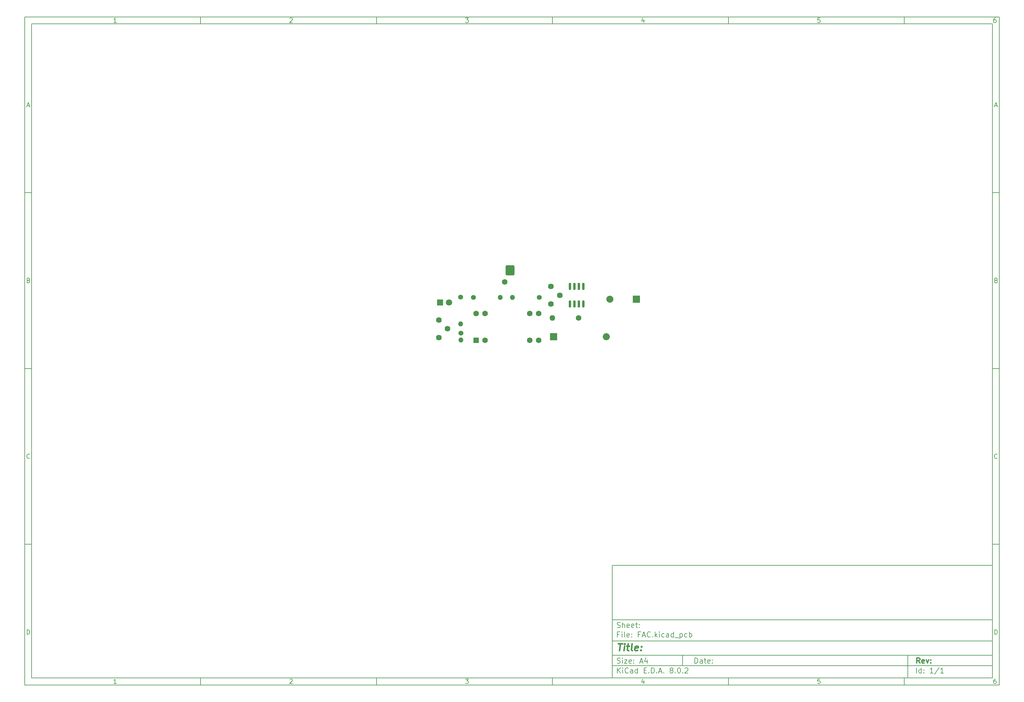
<source format=gbr>
%TF.GenerationSoftware,KiCad,Pcbnew,8.0.2*%
%TF.CreationDate,2024-06-13T18:36:30+05:30*%
%TF.ProjectId,FAC,4641432e-6b69-4636-9164-5f7063625858,rev?*%
%TF.SameCoordinates,Original*%
%TF.FileFunction,Soldermask,Top*%
%TF.FilePolarity,Negative*%
%FSLAX46Y46*%
G04 Gerber Fmt 4.6, Leading zero omitted, Abs format (unit mm)*
G04 Created by KiCad (PCBNEW 8.0.2) date 2024-06-13 18:36:30*
%MOMM*%
%LPD*%
G01*
G04 APERTURE LIST*
G04 Aperture macros list*
%AMRoundRect*
0 Rectangle with rounded corners*
0 $1 Rounding radius*
0 $2 $3 $4 $5 $6 $7 $8 $9 X,Y pos of 4 corners*
0 Add a 4 corners polygon primitive as box body*
4,1,4,$2,$3,$4,$5,$6,$7,$8,$9,$2,$3,0*
0 Add four circle primitives for the rounded corners*
1,1,$1+$1,$2,$3*
1,1,$1+$1,$4,$5*
1,1,$1+$1,$6,$7*
1,1,$1+$1,$8,$9*
0 Add four rect primitives between the rounded corners*
20,1,$1+$1,$2,$3,$4,$5,0*
20,1,$1+$1,$4,$5,$6,$7,0*
20,1,$1+$1,$6,$7,$8,$9,0*
20,1,$1+$1,$8,$9,$2,$3,0*%
G04 Aperture macros list end*
%ADD10C,0.100000*%
%ADD11C,0.150000*%
%ADD12C,0.300000*%
%ADD13C,0.400000*%
%ADD14R,1.600000X1.600000*%
%ADD15C,1.600000*%
%ADD16C,1.400000*%
%ADD17O,1.400000X1.400000*%
%ADD18R,1.800000X1.800000*%
%ADD19C,1.800000*%
%ADD20C,1.620000*%
%ADD21RoundRect,0.150000X0.150000X-0.825000X0.150000X0.825000X-0.150000X0.825000X-0.150000X-0.825000X0*%
%ADD22R,2.000000X2.000000*%
%ADD23C,2.000000*%
%ADD24O,2.000000X2.000000*%
%ADD25RoundRect,0.250000X-0.980000X-1.150000X0.980000X-1.150000X0.980000X1.150000X-0.980000X1.150000X0*%
%ADD26O,1.600000X1.600000*%
G04 APERTURE END LIST*
D10*
D11*
X177002200Y-166007200D02*
X285002200Y-166007200D01*
X285002200Y-198007200D01*
X177002200Y-198007200D01*
X177002200Y-166007200D01*
D10*
D11*
X10000000Y-10000000D02*
X287002200Y-10000000D01*
X287002200Y-200007200D01*
X10000000Y-200007200D01*
X10000000Y-10000000D01*
D10*
D11*
X12000000Y-12000000D02*
X285002200Y-12000000D01*
X285002200Y-198007200D01*
X12000000Y-198007200D01*
X12000000Y-12000000D01*
D10*
D11*
X60000000Y-12000000D02*
X60000000Y-10000000D01*
D10*
D11*
X110000000Y-12000000D02*
X110000000Y-10000000D01*
D10*
D11*
X160000000Y-12000000D02*
X160000000Y-10000000D01*
D10*
D11*
X210000000Y-12000000D02*
X210000000Y-10000000D01*
D10*
D11*
X260000000Y-12000000D02*
X260000000Y-10000000D01*
D10*
D11*
X36089160Y-11593604D02*
X35346303Y-11593604D01*
X35717731Y-11593604D02*
X35717731Y-10293604D01*
X35717731Y-10293604D02*
X35593922Y-10479319D01*
X35593922Y-10479319D02*
X35470112Y-10603128D01*
X35470112Y-10603128D02*
X35346303Y-10665033D01*
D10*
D11*
X85346303Y-10417414D02*
X85408207Y-10355509D01*
X85408207Y-10355509D02*
X85532017Y-10293604D01*
X85532017Y-10293604D02*
X85841541Y-10293604D01*
X85841541Y-10293604D02*
X85965350Y-10355509D01*
X85965350Y-10355509D02*
X86027255Y-10417414D01*
X86027255Y-10417414D02*
X86089160Y-10541223D01*
X86089160Y-10541223D02*
X86089160Y-10665033D01*
X86089160Y-10665033D02*
X86027255Y-10850747D01*
X86027255Y-10850747D02*
X85284398Y-11593604D01*
X85284398Y-11593604D02*
X86089160Y-11593604D01*
D10*
D11*
X135284398Y-10293604D02*
X136089160Y-10293604D01*
X136089160Y-10293604D02*
X135655826Y-10788842D01*
X135655826Y-10788842D02*
X135841541Y-10788842D01*
X135841541Y-10788842D02*
X135965350Y-10850747D01*
X135965350Y-10850747D02*
X136027255Y-10912652D01*
X136027255Y-10912652D02*
X136089160Y-11036461D01*
X136089160Y-11036461D02*
X136089160Y-11345985D01*
X136089160Y-11345985D02*
X136027255Y-11469795D01*
X136027255Y-11469795D02*
X135965350Y-11531700D01*
X135965350Y-11531700D02*
X135841541Y-11593604D01*
X135841541Y-11593604D02*
X135470112Y-11593604D01*
X135470112Y-11593604D02*
X135346303Y-11531700D01*
X135346303Y-11531700D02*
X135284398Y-11469795D01*
D10*
D11*
X185965350Y-10726938D02*
X185965350Y-11593604D01*
X185655826Y-10231700D02*
X185346303Y-11160271D01*
X185346303Y-11160271D02*
X186151064Y-11160271D01*
D10*
D11*
X236027255Y-10293604D02*
X235408207Y-10293604D01*
X235408207Y-10293604D02*
X235346303Y-10912652D01*
X235346303Y-10912652D02*
X235408207Y-10850747D01*
X235408207Y-10850747D02*
X235532017Y-10788842D01*
X235532017Y-10788842D02*
X235841541Y-10788842D01*
X235841541Y-10788842D02*
X235965350Y-10850747D01*
X235965350Y-10850747D02*
X236027255Y-10912652D01*
X236027255Y-10912652D02*
X236089160Y-11036461D01*
X236089160Y-11036461D02*
X236089160Y-11345985D01*
X236089160Y-11345985D02*
X236027255Y-11469795D01*
X236027255Y-11469795D02*
X235965350Y-11531700D01*
X235965350Y-11531700D02*
X235841541Y-11593604D01*
X235841541Y-11593604D02*
X235532017Y-11593604D01*
X235532017Y-11593604D02*
X235408207Y-11531700D01*
X235408207Y-11531700D02*
X235346303Y-11469795D01*
D10*
D11*
X285965350Y-10293604D02*
X285717731Y-10293604D01*
X285717731Y-10293604D02*
X285593922Y-10355509D01*
X285593922Y-10355509D02*
X285532017Y-10417414D01*
X285532017Y-10417414D02*
X285408207Y-10603128D01*
X285408207Y-10603128D02*
X285346303Y-10850747D01*
X285346303Y-10850747D02*
X285346303Y-11345985D01*
X285346303Y-11345985D02*
X285408207Y-11469795D01*
X285408207Y-11469795D02*
X285470112Y-11531700D01*
X285470112Y-11531700D02*
X285593922Y-11593604D01*
X285593922Y-11593604D02*
X285841541Y-11593604D01*
X285841541Y-11593604D02*
X285965350Y-11531700D01*
X285965350Y-11531700D02*
X286027255Y-11469795D01*
X286027255Y-11469795D02*
X286089160Y-11345985D01*
X286089160Y-11345985D02*
X286089160Y-11036461D01*
X286089160Y-11036461D02*
X286027255Y-10912652D01*
X286027255Y-10912652D02*
X285965350Y-10850747D01*
X285965350Y-10850747D02*
X285841541Y-10788842D01*
X285841541Y-10788842D02*
X285593922Y-10788842D01*
X285593922Y-10788842D02*
X285470112Y-10850747D01*
X285470112Y-10850747D02*
X285408207Y-10912652D01*
X285408207Y-10912652D02*
X285346303Y-11036461D01*
D10*
D11*
X60000000Y-198007200D02*
X60000000Y-200007200D01*
D10*
D11*
X110000000Y-198007200D02*
X110000000Y-200007200D01*
D10*
D11*
X160000000Y-198007200D02*
X160000000Y-200007200D01*
D10*
D11*
X210000000Y-198007200D02*
X210000000Y-200007200D01*
D10*
D11*
X260000000Y-198007200D02*
X260000000Y-200007200D01*
D10*
D11*
X36089160Y-199600804D02*
X35346303Y-199600804D01*
X35717731Y-199600804D02*
X35717731Y-198300804D01*
X35717731Y-198300804D02*
X35593922Y-198486519D01*
X35593922Y-198486519D02*
X35470112Y-198610328D01*
X35470112Y-198610328D02*
X35346303Y-198672233D01*
D10*
D11*
X85346303Y-198424614D02*
X85408207Y-198362709D01*
X85408207Y-198362709D02*
X85532017Y-198300804D01*
X85532017Y-198300804D02*
X85841541Y-198300804D01*
X85841541Y-198300804D02*
X85965350Y-198362709D01*
X85965350Y-198362709D02*
X86027255Y-198424614D01*
X86027255Y-198424614D02*
X86089160Y-198548423D01*
X86089160Y-198548423D02*
X86089160Y-198672233D01*
X86089160Y-198672233D02*
X86027255Y-198857947D01*
X86027255Y-198857947D02*
X85284398Y-199600804D01*
X85284398Y-199600804D02*
X86089160Y-199600804D01*
D10*
D11*
X135284398Y-198300804D02*
X136089160Y-198300804D01*
X136089160Y-198300804D02*
X135655826Y-198796042D01*
X135655826Y-198796042D02*
X135841541Y-198796042D01*
X135841541Y-198796042D02*
X135965350Y-198857947D01*
X135965350Y-198857947D02*
X136027255Y-198919852D01*
X136027255Y-198919852D02*
X136089160Y-199043661D01*
X136089160Y-199043661D02*
X136089160Y-199353185D01*
X136089160Y-199353185D02*
X136027255Y-199476995D01*
X136027255Y-199476995D02*
X135965350Y-199538900D01*
X135965350Y-199538900D02*
X135841541Y-199600804D01*
X135841541Y-199600804D02*
X135470112Y-199600804D01*
X135470112Y-199600804D02*
X135346303Y-199538900D01*
X135346303Y-199538900D02*
X135284398Y-199476995D01*
D10*
D11*
X185965350Y-198734138D02*
X185965350Y-199600804D01*
X185655826Y-198238900D02*
X185346303Y-199167471D01*
X185346303Y-199167471D02*
X186151064Y-199167471D01*
D10*
D11*
X236027255Y-198300804D02*
X235408207Y-198300804D01*
X235408207Y-198300804D02*
X235346303Y-198919852D01*
X235346303Y-198919852D02*
X235408207Y-198857947D01*
X235408207Y-198857947D02*
X235532017Y-198796042D01*
X235532017Y-198796042D02*
X235841541Y-198796042D01*
X235841541Y-198796042D02*
X235965350Y-198857947D01*
X235965350Y-198857947D02*
X236027255Y-198919852D01*
X236027255Y-198919852D02*
X236089160Y-199043661D01*
X236089160Y-199043661D02*
X236089160Y-199353185D01*
X236089160Y-199353185D02*
X236027255Y-199476995D01*
X236027255Y-199476995D02*
X235965350Y-199538900D01*
X235965350Y-199538900D02*
X235841541Y-199600804D01*
X235841541Y-199600804D02*
X235532017Y-199600804D01*
X235532017Y-199600804D02*
X235408207Y-199538900D01*
X235408207Y-199538900D02*
X235346303Y-199476995D01*
D10*
D11*
X285965350Y-198300804D02*
X285717731Y-198300804D01*
X285717731Y-198300804D02*
X285593922Y-198362709D01*
X285593922Y-198362709D02*
X285532017Y-198424614D01*
X285532017Y-198424614D02*
X285408207Y-198610328D01*
X285408207Y-198610328D02*
X285346303Y-198857947D01*
X285346303Y-198857947D02*
X285346303Y-199353185D01*
X285346303Y-199353185D02*
X285408207Y-199476995D01*
X285408207Y-199476995D02*
X285470112Y-199538900D01*
X285470112Y-199538900D02*
X285593922Y-199600804D01*
X285593922Y-199600804D02*
X285841541Y-199600804D01*
X285841541Y-199600804D02*
X285965350Y-199538900D01*
X285965350Y-199538900D02*
X286027255Y-199476995D01*
X286027255Y-199476995D02*
X286089160Y-199353185D01*
X286089160Y-199353185D02*
X286089160Y-199043661D01*
X286089160Y-199043661D02*
X286027255Y-198919852D01*
X286027255Y-198919852D02*
X285965350Y-198857947D01*
X285965350Y-198857947D02*
X285841541Y-198796042D01*
X285841541Y-198796042D02*
X285593922Y-198796042D01*
X285593922Y-198796042D02*
X285470112Y-198857947D01*
X285470112Y-198857947D02*
X285408207Y-198919852D01*
X285408207Y-198919852D02*
X285346303Y-199043661D01*
D10*
D11*
X10000000Y-60000000D02*
X12000000Y-60000000D01*
D10*
D11*
X10000000Y-110000000D02*
X12000000Y-110000000D01*
D10*
D11*
X10000000Y-160000000D02*
X12000000Y-160000000D01*
D10*
D11*
X10690476Y-35222176D02*
X11309523Y-35222176D01*
X10566666Y-35593604D02*
X10999999Y-34293604D01*
X10999999Y-34293604D02*
X11433333Y-35593604D01*
D10*
D11*
X11092857Y-84912652D02*
X11278571Y-84974557D01*
X11278571Y-84974557D02*
X11340476Y-85036461D01*
X11340476Y-85036461D02*
X11402380Y-85160271D01*
X11402380Y-85160271D02*
X11402380Y-85345985D01*
X11402380Y-85345985D02*
X11340476Y-85469795D01*
X11340476Y-85469795D02*
X11278571Y-85531700D01*
X11278571Y-85531700D02*
X11154761Y-85593604D01*
X11154761Y-85593604D02*
X10659523Y-85593604D01*
X10659523Y-85593604D02*
X10659523Y-84293604D01*
X10659523Y-84293604D02*
X11092857Y-84293604D01*
X11092857Y-84293604D02*
X11216666Y-84355509D01*
X11216666Y-84355509D02*
X11278571Y-84417414D01*
X11278571Y-84417414D02*
X11340476Y-84541223D01*
X11340476Y-84541223D02*
X11340476Y-84665033D01*
X11340476Y-84665033D02*
X11278571Y-84788842D01*
X11278571Y-84788842D02*
X11216666Y-84850747D01*
X11216666Y-84850747D02*
X11092857Y-84912652D01*
X11092857Y-84912652D02*
X10659523Y-84912652D01*
D10*
D11*
X11402380Y-135469795D02*
X11340476Y-135531700D01*
X11340476Y-135531700D02*
X11154761Y-135593604D01*
X11154761Y-135593604D02*
X11030952Y-135593604D01*
X11030952Y-135593604D02*
X10845238Y-135531700D01*
X10845238Y-135531700D02*
X10721428Y-135407890D01*
X10721428Y-135407890D02*
X10659523Y-135284080D01*
X10659523Y-135284080D02*
X10597619Y-135036461D01*
X10597619Y-135036461D02*
X10597619Y-134850747D01*
X10597619Y-134850747D02*
X10659523Y-134603128D01*
X10659523Y-134603128D02*
X10721428Y-134479319D01*
X10721428Y-134479319D02*
X10845238Y-134355509D01*
X10845238Y-134355509D02*
X11030952Y-134293604D01*
X11030952Y-134293604D02*
X11154761Y-134293604D01*
X11154761Y-134293604D02*
X11340476Y-134355509D01*
X11340476Y-134355509D02*
X11402380Y-134417414D01*
D10*
D11*
X10659523Y-185593604D02*
X10659523Y-184293604D01*
X10659523Y-184293604D02*
X10969047Y-184293604D01*
X10969047Y-184293604D02*
X11154761Y-184355509D01*
X11154761Y-184355509D02*
X11278571Y-184479319D01*
X11278571Y-184479319D02*
X11340476Y-184603128D01*
X11340476Y-184603128D02*
X11402380Y-184850747D01*
X11402380Y-184850747D02*
X11402380Y-185036461D01*
X11402380Y-185036461D02*
X11340476Y-185284080D01*
X11340476Y-185284080D02*
X11278571Y-185407890D01*
X11278571Y-185407890D02*
X11154761Y-185531700D01*
X11154761Y-185531700D02*
X10969047Y-185593604D01*
X10969047Y-185593604D02*
X10659523Y-185593604D01*
D10*
D11*
X287002200Y-60000000D02*
X285002200Y-60000000D01*
D10*
D11*
X287002200Y-110000000D02*
X285002200Y-110000000D01*
D10*
D11*
X287002200Y-160000000D02*
X285002200Y-160000000D01*
D10*
D11*
X285692676Y-35222176D02*
X286311723Y-35222176D01*
X285568866Y-35593604D02*
X286002199Y-34293604D01*
X286002199Y-34293604D02*
X286435533Y-35593604D01*
D10*
D11*
X286095057Y-84912652D02*
X286280771Y-84974557D01*
X286280771Y-84974557D02*
X286342676Y-85036461D01*
X286342676Y-85036461D02*
X286404580Y-85160271D01*
X286404580Y-85160271D02*
X286404580Y-85345985D01*
X286404580Y-85345985D02*
X286342676Y-85469795D01*
X286342676Y-85469795D02*
X286280771Y-85531700D01*
X286280771Y-85531700D02*
X286156961Y-85593604D01*
X286156961Y-85593604D02*
X285661723Y-85593604D01*
X285661723Y-85593604D02*
X285661723Y-84293604D01*
X285661723Y-84293604D02*
X286095057Y-84293604D01*
X286095057Y-84293604D02*
X286218866Y-84355509D01*
X286218866Y-84355509D02*
X286280771Y-84417414D01*
X286280771Y-84417414D02*
X286342676Y-84541223D01*
X286342676Y-84541223D02*
X286342676Y-84665033D01*
X286342676Y-84665033D02*
X286280771Y-84788842D01*
X286280771Y-84788842D02*
X286218866Y-84850747D01*
X286218866Y-84850747D02*
X286095057Y-84912652D01*
X286095057Y-84912652D02*
X285661723Y-84912652D01*
D10*
D11*
X286404580Y-135469795D02*
X286342676Y-135531700D01*
X286342676Y-135531700D02*
X286156961Y-135593604D01*
X286156961Y-135593604D02*
X286033152Y-135593604D01*
X286033152Y-135593604D02*
X285847438Y-135531700D01*
X285847438Y-135531700D02*
X285723628Y-135407890D01*
X285723628Y-135407890D02*
X285661723Y-135284080D01*
X285661723Y-135284080D02*
X285599819Y-135036461D01*
X285599819Y-135036461D02*
X285599819Y-134850747D01*
X285599819Y-134850747D02*
X285661723Y-134603128D01*
X285661723Y-134603128D02*
X285723628Y-134479319D01*
X285723628Y-134479319D02*
X285847438Y-134355509D01*
X285847438Y-134355509D02*
X286033152Y-134293604D01*
X286033152Y-134293604D02*
X286156961Y-134293604D01*
X286156961Y-134293604D02*
X286342676Y-134355509D01*
X286342676Y-134355509D02*
X286404580Y-134417414D01*
D10*
D11*
X285661723Y-185593604D02*
X285661723Y-184293604D01*
X285661723Y-184293604D02*
X285971247Y-184293604D01*
X285971247Y-184293604D02*
X286156961Y-184355509D01*
X286156961Y-184355509D02*
X286280771Y-184479319D01*
X286280771Y-184479319D02*
X286342676Y-184603128D01*
X286342676Y-184603128D02*
X286404580Y-184850747D01*
X286404580Y-184850747D02*
X286404580Y-185036461D01*
X286404580Y-185036461D02*
X286342676Y-185284080D01*
X286342676Y-185284080D02*
X286280771Y-185407890D01*
X286280771Y-185407890D02*
X286156961Y-185531700D01*
X286156961Y-185531700D02*
X285971247Y-185593604D01*
X285971247Y-185593604D02*
X285661723Y-185593604D01*
D10*
D11*
X200458026Y-193793328D02*
X200458026Y-192293328D01*
X200458026Y-192293328D02*
X200815169Y-192293328D01*
X200815169Y-192293328D02*
X201029455Y-192364757D01*
X201029455Y-192364757D02*
X201172312Y-192507614D01*
X201172312Y-192507614D02*
X201243741Y-192650471D01*
X201243741Y-192650471D02*
X201315169Y-192936185D01*
X201315169Y-192936185D02*
X201315169Y-193150471D01*
X201315169Y-193150471D02*
X201243741Y-193436185D01*
X201243741Y-193436185D02*
X201172312Y-193579042D01*
X201172312Y-193579042D02*
X201029455Y-193721900D01*
X201029455Y-193721900D02*
X200815169Y-193793328D01*
X200815169Y-193793328D02*
X200458026Y-193793328D01*
X202600884Y-193793328D02*
X202600884Y-193007614D01*
X202600884Y-193007614D02*
X202529455Y-192864757D01*
X202529455Y-192864757D02*
X202386598Y-192793328D01*
X202386598Y-192793328D02*
X202100884Y-192793328D01*
X202100884Y-192793328D02*
X201958026Y-192864757D01*
X202600884Y-193721900D02*
X202458026Y-193793328D01*
X202458026Y-193793328D02*
X202100884Y-193793328D01*
X202100884Y-193793328D02*
X201958026Y-193721900D01*
X201958026Y-193721900D02*
X201886598Y-193579042D01*
X201886598Y-193579042D02*
X201886598Y-193436185D01*
X201886598Y-193436185D02*
X201958026Y-193293328D01*
X201958026Y-193293328D02*
X202100884Y-193221900D01*
X202100884Y-193221900D02*
X202458026Y-193221900D01*
X202458026Y-193221900D02*
X202600884Y-193150471D01*
X203100884Y-192793328D02*
X203672312Y-192793328D01*
X203315169Y-192293328D02*
X203315169Y-193579042D01*
X203315169Y-193579042D02*
X203386598Y-193721900D01*
X203386598Y-193721900D02*
X203529455Y-193793328D01*
X203529455Y-193793328D02*
X203672312Y-193793328D01*
X204743741Y-193721900D02*
X204600884Y-193793328D01*
X204600884Y-193793328D02*
X204315170Y-193793328D01*
X204315170Y-193793328D02*
X204172312Y-193721900D01*
X204172312Y-193721900D02*
X204100884Y-193579042D01*
X204100884Y-193579042D02*
X204100884Y-193007614D01*
X204100884Y-193007614D02*
X204172312Y-192864757D01*
X204172312Y-192864757D02*
X204315170Y-192793328D01*
X204315170Y-192793328D02*
X204600884Y-192793328D01*
X204600884Y-192793328D02*
X204743741Y-192864757D01*
X204743741Y-192864757D02*
X204815170Y-193007614D01*
X204815170Y-193007614D02*
X204815170Y-193150471D01*
X204815170Y-193150471D02*
X204100884Y-193293328D01*
X205458026Y-193650471D02*
X205529455Y-193721900D01*
X205529455Y-193721900D02*
X205458026Y-193793328D01*
X205458026Y-193793328D02*
X205386598Y-193721900D01*
X205386598Y-193721900D02*
X205458026Y-193650471D01*
X205458026Y-193650471D02*
X205458026Y-193793328D01*
X205458026Y-192864757D02*
X205529455Y-192936185D01*
X205529455Y-192936185D02*
X205458026Y-193007614D01*
X205458026Y-193007614D02*
X205386598Y-192936185D01*
X205386598Y-192936185D02*
X205458026Y-192864757D01*
X205458026Y-192864757D02*
X205458026Y-193007614D01*
D10*
D11*
X177002200Y-194507200D02*
X285002200Y-194507200D01*
D10*
D11*
X178458026Y-196593328D02*
X178458026Y-195093328D01*
X179315169Y-196593328D02*
X178672312Y-195736185D01*
X179315169Y-195093328D02*
X178458026Y-195950471D01*
X179958026Y-196593328D02*
X179958026Y-195593328D01*
X179958026Y-195093328D02*
X179886598Y-195164757D01*
X179886598Y-195164757D02*
X179958026Y-195236185D01*
X179958026Y-195236185D02*
X180029455Y-195164757D01*
X180029455Y-195164757D02*
X179958026Y-195093328D01*
X179958026Y-195093328D02*
X179958026Y-195236185D01*
X181529455Y-196450471D02*
X181458027Y-196521900D01*
X181458027Y-196521900D02*
X181243741Y-196593328D01*
X181243741Y-196593328D02*
X181100884Y-196593328D01*
X181100884Y-196593328D02*
X180886598Y-196521900D01*
X180886598Y-196521900D02*
X180743741Y-196379042D01*
X180743741Y-196379042D02*
X180672312Y-196236185D01*
X180672312Y-196236185D02*
X180600884Y-195950471D01*
X180600884Y-195950471D02*
X180600884Y-195736185D01*
X180600884Y-195736185D02*
X180672312Y-195450471D01*
X180672312Y-195450471D02*
X180743741Y-195307614D01*
X180743741Y-195307614D02*
X180886598Y-195164757D01*
X180886598Y-195164757D02*
X181100884Y-195093328D01*
X181100884Y-195093328D02*
X181243741Y-195093328D01*
X181243741Y-195093328D02*
X181458027Y-195164757D01*
X181458027Y-195164757D02*
X181529455Y-195236185D01*
X182815170Y-196593328D02*
X182815170Y-195807614D01*
X182815170Y-195807614D02*
X182743741Y-195664757D01*
X182743741Y-195664757D02*
X182600884Y-195593328D01*
X182600884Y-195593328D02*
X182315170Y-195593328D01*
X182315170Y-195593328D02*
X182172312Y-195664757D01*
X182815170Y-196521900D02*
X182672312Y-196593328D01*
X182672312Y-196593328D02*
X182315170Y-196593328D01*
X182315170Y-196593328D02*
X182172312Y-196521900D01*
X182172312Y-196521900D02*
X182100884Y-196379042D01*
X182100884Y-196379042D02*
X182100884Y-196236185D01*
X182100884Y-196236185D02*
X182172312Y-196093328D01*
X182172312Y-196093328D02*
X182315170Y-196021900D01*
X182315170Y-196021900D02*
X182672312Y-196021900D01*
X182672312Y-196021900D02*
X182815170Y-195950471D01*
X184172313Y-196593328D02*
X184172313Y-195093328D01*
X184172313Y-196521900D02*
X184029455Y-196593328D01*
X184029455Y-196593328D02*
X183743741Y-196593328D01*
X183743741Y-196593328D02*
X183600884Y-196521900D01*
X183600884Y-196521900D02*
X183529455Y-196450471D01*
X183529455Y-196450471D02*
X183458027Y-196307614D01*
X183458027Y-196307614D02*
X183458027Y-195879042D01*
X183458027Y-195879042D02*
X183529455Y-195736185D01*
X183529455Y-195736185D02*
X183600884Y-195664757D01*
X183600884Y-195664757D02*
X183743741Y-195593328D01*
X183743741Y-195593328D02*
X184029455Y-195593328D01*
X184029455Y-195593328D02*
X184172313Y-195664757D01*
X186029455Y-195807614D02*
X186529455Y-195807614D01*
X186743741Y-196593328D02*
X186029455Y-196593328D01*
X186029455Y-196593328D02*
X186029455Y-195093328D01*
X186029455Y-195093328D02*
X186743741Y-195093328D01*
X187386598Y-196450471D02*
X187458027Y-196521900D01*
X187458027Y-196521900D02*
X187386598Y-196593328D01*
X187386598Y-196593328D02*
X187315170Y-196521900D01*
X187315170Y-196521900D02*
X187386598Y-196450471D01*
X187386598Y-196450471D02*
X187386598Y-196593328D01*
X188100884Y-196593328D02*
X188100884Y-195093328D01*
X188100884Y-195093328D02*
X188458027Y-195093328D01*
X188458027Y-195093328D02*
X188672313Y-195164757D01*
X188672313Y-195164757D02*
X188815170Y-195307614D01*
X188815170Y-195307614D02*
X188886599Y-195450471D01*
X188886599Y-195450471D02*
X188958027Y-195736185D01*
X188958027Y-195736185D02*
X188958027Y-195950471D01*
X188958027Y-195950471D02*
X188886599Y-196236185D01*
X188886599Y-196236185D02*
X188815170Y-196379042D01*
X188815170Y-196379042D02*
X188672313Y-196521900D01*
X188672313Y-196521900D02*
X188458027Y-196593328D01*
X188458027Y-196593328D02*
X188100884Y-196593328D01*
X189600884Y-196450471D02*
X189672313Y-196521900D01*
X189672313Y-196521900D02*
X189600884Y-196593328D01*
X189600884Y-196593328D02*
X189529456Y-196521900D01*
X189529456Y-196521900D02*
X189600884Y-196450471D01*
X189600884Y-196450471D02*
X189600884Y-196593328D01*
X190243742Y-196164757D02*
X190958028Y-196164757D01*
X190100885Y-196593328D02*
X190600885Y-195093328D01*
X190600885Y-195093328D02*
X191100885Y-196593328D01*
X191600884Y-196450471D02*
X191672313Y-196521900D01*
X191672313Y-196521900D02*
X191600884Y-196593328D01*
X191600884Y-196593328D02*
X191529456Y-196521900D01*
X191529456Y-196521900D02*
X191600884Y-196450471D01*
X191600884Y-196450471D02*
X191600884Y-196593328D01*
X193672313Y-195736185D02*
X193529456Y-195664757D01*
X193529456Y-195664757D02*
X193458027Y-195593328D01*
X193458027Y-195593328D02*
X193386599Y-195450471D01*
X193386599Y-195450471D02*
X193386599Y-195379042D01*
X193386599Y-195379042D02*
X193458027Y-195236185D01*
X193458027Y-195236185D02*
X193529456Y-195164757D01*
X193529456Y-195164757D02*
X193672313Y-195093328D01*
X193672313Y-195093328D02*
X193958027Y-195093328D01*
X193958027Y-195093328D02*
X194100885Y-195164757D01*
X194100885Y-195164757D02*
X194172313Y-195236185D01*
X194172313Y-195236185D02*
X194243742Y-195379042D01*
X194243742Y-195379042D02*
X194243742Y-195450471D01*
X194243742Y-195450471D02*
X194172313Y-195593328D01*
X194172313Y-195593328D02*
X194100885Y-195664757D01*
X194100885Y-195664757D02*
X193958027Y-195736185D01*
X193958027Y-195736185D02*
X193672313Y-195736185D01*
X193672313Y-195736185D02*
X193529456Y-195807614D01*
X193529456Y-195807614D02*
X193458027Y-195879042D01*
X193458027Y-195879042D02*
X193386599Y-196021900D01*
X193386599Y-196021900D02*
X193386599Y-196307614D01*
X193386599Y-196307614D02*
X193458027Y-196450471D01*
X193458027Y-196450471D02*
X193529456Y-196521900D01*
X193529456Y-196521900D02*
X193672313Y-196593328D01*
X193672313Y-196593328D02*
X193958027Y-196593328D01*
X193958027Y-196593328D02*
X194100885Y-196521900D01*
X194100885Y-196521900D02*
X194172313Y-196450471D01*
X194172313Y-196450471D02*
X194243742Y-196307614D01*
X194243742Y-196307614D02*
X194243742Y-196021900D01*
X194243742Y-196021900D02*
X194172313Y-195879042D01*
X194172313Y-195879042D02*
X194100885Y-195807614D01*
X194100885Y-195807614D02*
X193958027Y-195736185D01*
X194886598Y-196450471D02*
X194958027Y-196521900D01*
X194958027Y-196521900D02*
X194886598Y-196593328D01*
X194886598Y-196593328D02*
X194815170Y-196521900D01*
X194815170Y-196521900D02*
X194886598Y-196450471D01*
X194886598Y-196450471D02*
X194886598Y-196593328D01*
X195886599Y-195093328D02*
X196029456Y-195093328D01*
X196029456Y-195093328D02*
X196172313Y-195164757D01*
X196172313Y-195164757D02*
X196243742Y-195236185D01*
X196243742Y-195236185D02*
X196315170Y-195379042D01*
X196315170Y-195379042D02*
X196386599Y-195664757D01*
X196386599Y-195664757D02*
X196386599Y-196021900D01*
X196386599Y-196021900D02*
X196315170Y-196307614D01*
X196315170Y-196307614D02*
X196243742Y-196450471D01*
X196243742Y-196450471D02*
X196172313Y-196521900D01*
X196172313Y-196521900D02*
X196029456Y-196593328D01*
X196029456Y-196593328D02*
X195886599Y-196593328D01*
X195886599Y-196593328D02*
X195743742Y-196521900D01*
X195743742Y-196521900D02*
X195672313Y-196450471D01*
X195672313Y-196450471D02*
X195600884Y-196307614D01*
X195600884Y-196307614D02*
X195529456Y-196021900D01*
X195529456Y-196021900D02*
X195529456Y-195664757D01*
X195529456Y-195664757D02*
X195600884Y-195379042D01*
X195600884Y-195379042D02*
X195672313Y-195236185D01*
X195672313Y-195236185D02*
X195743742Y-195164757D01*
X195743742Y-195164757D02*
X195886599Y-195093328D01*
X197029455Y-196450471D02*
X197100884Y-196521900D01*
X197100884Y-196521900D02*
X197029455Y-196593328D01*
X197029455Y-196593328D02*
X196958027Y-196521900D01*
X196958027Y-196521900D02*
X197029455Y-196450471D01*
X197029455Y-196450471D02*
X197029455Y-196593328D01*
X197672313Y-195236185D02*
X197743741Y-195164757D01*
X197743741Y-195164757D02*
X197886599Y-195093328D01*
X197886599Y-195093328D02*
X198243741Y-195093328D01*
X198243741Y-195093328D02*
X198386599Y-195164757D01*
X198386599Y-195164757D02*
X198458027Y-195236185D01*
X198458027Y-195236185D02*
X198529456Y-195379042D01*
X198529456Y-195379042D02*
X198529456Y-195521900D01*
X198529456Y-195521900D02*
X198458027Y-195736185D01*
X198458027Y-195736185D02*
X197600884Y-196593328D01*
X197600884Y-196593328D02*
X198529456Y-196593328D01*
D10*
D11*
X177002200Y-191507200D02*
X285002200Y-191507200D01*
D10*
D12*
X264413853Y-193785528D02*
X263913853Y-193071242D01*
X263556710Y-193785528D02*
X263556710Y-192285528D01*
X263556710Y-192285528D02*
X264128139Y-192285528D01*
X264128139Y-192285528D02*
X264270996Y-192356957D01*
X264270996Y-192356957D02*
X264342425Y-192428385D01*
X264342425Y-192428385D02*
X264413853Y-192571242D01*
X264413853Y-192571242D02*
X264413853Y-192785528D01*
X264413853Y-192785528D02*
X264342425Y-192928385D01*
X264342425Y-192928385D02*
X264270996Y-192999814D01*
X264270996Y-192999814D02*
X264128139Y-193071242D01*
X264128139Y-193071242D02*
X263556710Y-193071242D01*
X265628139Y-193714100D02*
X265485282Y-193785528D01*
X265485282Y-193785528D02*
X265199568Y-193785528D01*
X265199568Y-193785528D02*
X265056710Y-193714100D01*
X265056710Y-193714100D02*
X264985282Y-193571242D01*
X264985282Y-193571242D02*
X264985282Y-192999814D01*
X264985282Y-192999814D02*
X265056710Y-192856957D01*
X265056710Y-192856957D02*
X265199568Y-192785528D01*
X265199568Y-192785528D02*
X265485282Y-192785528D01*
X265485282Y-192785528D02*
X265628139Y-192856957D01*
X265628139Y-192856957D02*
X265699568Y-192999814D01*
X265699568Y-192999814D02*
X265699568Y-193142671D01*
X265699568Y-193142671D02*
X264985282Y-193285528D01*
X266199567Y-192785528D02*
X266556710Y-193785528D01*
X266556710Y-193785528D02*
X266913853Y-192785528D01*
X267485281Y-193642671D02*
X267556710Y-193714100D01*
X267556710Y-193714100D02*
X267485281Y-193785528D01*
X267485281Y-193785528D02*
X267413853Y-193714100D01*
X267413853Y-193714100D02*
X267485281Y-193642671D01*
X267485281Y-193642671D02*
X267485281Y-193785528D01*
X267485281Y-192856957D02*
X267556710Y-192928385D01*
X267556710Y-192928385D02*
X267485281Y-192999814D01*
X267485281Y-192999814D02*
X267413853Y-192928385D01*
X267413853Y-192928385D02*
X267485281Y-192856957D01*
X267485281Y-192856957D02*
X267485281Y-192999814D01*
D10*
D11*
X178386598Y-193721900D02*
X178600884Y-193793328D01*
X178600884Y-193793328D02*
X178958026Y-193793328D01*
X178958026Y-193793328D02*
X179100884Y-193721900D01*
X179100884Y-193721900D02*
X179172312Y-193650471D01*
X179172312Y-193650471D02*
X179243741Y-193507614D01*
X179243741Y-193507614D02*
X179243741Y-193364757D01*
X179243741Y-193364757D02*
X179172312Y-193221900D01*
X179172312Y-193221900D02*
X179100884Y-193150471D01*
X179100884Y-193150471D02*
X178958026Y-193079042D01*
X178958026Y-193079042D02*
X178672312Y-193007614D01*
X178672312Y-193007614D02*
X178529455Y-192936185D01*
X178529455Y-192936185D02*
X178458026Y-192864757D01*
X178458026Y-192864757D02*
X178386598Y-192721900D01*
X178386598Y-192721900D02*
X178386598Y-192579042D01*
X178386598Y-192579042D02*
X178458026Y-192436185D01*
X178458026Y-192436185D02*
X178529455Y-192364757D01*
X178529455Y-192364757D02*
X178672312Y-192293328D01*
X178672312Y-192293328D02*
X179029455Y-192293328D01*
X179029455Y-192293328D02*
X179243741Y-192364757D01*
X179886597Y-193793328D02*
X179886597Y-192793328D01*
X179886597Y-192293328D02*
X179815169Y-192364757D01*
X179815169Y-192364757D02*
X179886597Y-192436185D01*
X179886597Y-192436185D02*
X179958026Y-192364757D01*
X179958026Y-192364757D02*
X179886597Y-192293328D01*
X179886597Y-192293328D02*
X179886597Y-192436185D01*
X180458026Y-192793328D02*
X181243741Y-192793328D01*
X181243741Y-192793328D02*
X180458026Y-193793328D01*
X180458026Y-193793328D02*
X181243741Y-193793328D01*
X182386598Y-193721900D02*
X182243741Y-193793328D01*
X182243741Y-193793328D02*
X181958027Y-193793328D01*
X181958027Y-193793328D02*
X181815169Y-193721900D01*
X181815169Y-193721900D02*
X181743741Y-193579042D01*
X181743741Y-193579042D02*
X181743741Y-193007614D01*
X181743741Y-193007614D02*
X181815169Y-192864757D01*
X181815169Y-192864757D02*
X181958027Y-192793328D01*
X181958027Y-192793328D02*
X182243741Y-192793328D01*
X182243741Y-192793328D02*
X182386598Y-192864757D01*
X182386598Y-192864757D02*
X182458027Y-193007614D01*
X182458027Y-193007614D02*
X182458027Y-193150471D01*
X182458027Y-193150471D02*
X181743741Y-193293328D01*
X183100883Y-193650471D02*
X183172312Y-193721900D01*
X183172312Y-193721900D02*
X183100883Y-193793328D01*
X183100883Y-193793328D02*
X183029455Y-193721900D01*
X183029455Y-193721900D02*
X183100883Y-193650471D01*
X183100883Y-193650471D02*
X183100883Y-193793328D01*
X183100883Y-192864757D02*
X183172312Y-192936185D01*
X183172312Y-192936185D02*
X183100883Y-193007614D01*
X183100883Y-193007614D02*
X183029455Y-192936185D01*
X183029455Y-192936185D02*
X183100883Y-192864757D01*
X183100883Y-192864757D02*
X183100883Y-193007614D01*
X184886598Y-193364757D02*
X185600884Y-193364757D01*
X184743741Y-193793328D02*
X185243741Y-192293328D01*
X185243741Y-192293328D02*
X185743741Y-193793328D01*
X186886598Y-192793328D02*
X186886598Y-193793328D01*
X186529455Y-192221900D02*
X186172312Y-193293328D01*
X186172312Y-193293328D02*
X187100883Y-193293328D01*
D10*
D11*
X263458026Y-196593328D02*
X263458026Y-195093328D01*
X264815170Y-196593328D02*
X264815170Y-195093328D01*
X264815170Y-196521900D02*
X264672312Y-196593328D01*
X264672312Y-196593328D02*
X264386598Y-196593328D01*
X264386598Y-196593328D02*
X264243741Y-196521900D01*
X264243741Y-196521900D02*
X264172312Y-196450471D01*
X264172312Y-196450471D02*
X264100884Y-196307614D01*
X264100884Y-196307614D02*
X264100884Y-195879042D01*
X264100884Y-195879042D02*
X264172312Y-195736185D01*
X264172312Y-195736185D02*
X264243741Y-195664757D01*
X264243741Y-195664757D02*
X264386598Y-195593328D01*
X264386598Y-195593328D02*
X264672312Y-195593328D01*
X264672312Y-195593328D02*
X264815170Y-195664757D01*
X265529455Y-196450471D02*
X265600884Y-196521900D01*
X265600884Y-196521900D02*
X265529455Y-196593328D01*
X265529455Y-196593328D02*
X265458027Y-196521900D01*
X265458027Y-196521900D02*
X265529455Y-196450471D01*
X265529455Y-196450471D02*
X265529455Y-196593328D01*
X265529455Y-195664757D02*
X265600884Y-195736185D01*
X265600884Y-195736185D02*
X265529455Y-195807614D01*
X265529455Y-195807614D02*
X265458027Y-195736185D01*
X265458027Y-195736185D02*
X265529455Y-195664757D01*
X265529455Y-195664757D02*
X265529455Y-195807614D01*
X268172313Y-196593328D02*
X267315170Y-196593328D01*
X267743741Y-196593328D02*
X267743741Y-195093328D01*
X267743741Y-195093328D02*
X267600884Y-195307614D01*
X267600884Y-195307614D02*
X267458027Y-195450471D01*
X267458027Y-195450471D02*
X267315170Y-195521900D01*
X269886598Y-195021900D02*
X268600884Y-196950471D01*
X271172313Y-196593328D02*
X270315170Y-196593328D01*
X270743741Y-196593328D02*
X270743741Y-195093328D01*
X270743741Y-195093328D02*
X270600884Y-195307614D01*
X270600884Y-195307614D02*
X270458027Y-195450471D01*
X270458027Y-195450471D02*
X270315170Y-195521900D01*
D10*
D11*
X177002200Y-187507200D02*
X285002200Y-187507200D01*
D10*
D13*
X178693928Y-188211638D02*
X179836785Y-188211638D01*
X179015357Y-190211638D02*
X179265357Y-188211638D01*
X180253452Y-190211638D02*
X180420119Y-188878304D01*
X180503452Y-188211638D02*
X180396309Y-188306876D01*
X180396309Y-188306876D02*
X180479643Y-188402114D01*
X180479643Y-188402114D02*
X180586786Y-188306876D01*
X180586786Y-188306876D02*
X180503452Y-188211638D01*
X180503452Y-188211638D02*
X180479643Y-188402114D01*
X181086786Y-188878304D02*
X181848690Y-188878304D01*
X181455833Y-188211638D02*
X181241548Y-189925923D01*
X181241548Y-189925923D02*
X181312976Y-190116400D01*
X181312976Y-190116400D02*
X181491548Y-190211638D01*
X181491548Y-190211638D02*
X181682024Y-190211638D01*
X182634405Y-190211638D02*
X182455833Y-190116400D01*
X182455833Y-190116400D02*
X182384405Y-189925923D01*
X182384405Y-189925923D02*
X182598690Y-188211638D01*
X184170119Y-190116400D02*
X183967738Y-190211638D01*
X183967738Y-190211638D02*
X183586785Y-190211638D01*
X183586785Y-190211638D02*
X183408214Y-190116400D01*
X183408214Y-190116400D02*
X183336785Y-189925923D01*
X183336785Y-189925923D02*
X183432024Y-189164019D01*
X183432024Y-189164019D02*
X183551071Y-188973542D01*
X183551071Y-188973542D02*
X183753452Y-188878304D01*
X183753452Y-188878304D02*
X184134404Y-188878304D01*
X184134404Y-188878304D02*
X184312976Y-188973542D01*
X184312976Y-188973542D02*
X184384404Y-189164019D01*
X184384404Y-189164019D02*
X184360595Y-189354495D01*
X184360595Y-189354495D02*
X183384404Y-189544971D01*
X185134405Y-190021161D02*
X185217738Y-190116400D01*
X185217738Y-190116400D02*
X185110595Y-190211638D01*
X185110595Y-190211638D02*
X185027262Y-190116400D01*
X185027262Y-190116400D02*
X185134405Y-190021161D01*
X185134405Y-190021161D02*
X185110595Y-190211638D01*
X185265357Y-188973542D02*
X185348690Y-189068780D01*
X185348690Y-189068780D02*
X185241548Y-189164019D01*
X185241548Y-189164019D02*
X185158214Y-189068780D01*
X185158214Y-189068780D02*
X185265357Y-188973542D01*
X185265357Y-188973542D02*
X185241548Y-189164019D01*
D10*
D11*
X178958026Y-185607614D02*
X178458026Y-185607614D01*
X178458026Y-186393328D02*
X178458026Y-184893328D01*
X178458026Y-184893328D02*
X179172312Y-184893328D01*
X179743740Y-186393328D02*
X179743740Y-185393328D01*
X179743740Y-184893328D02*
X179672312Y-184964757D01*
X179672312Y-184964757D02*
X179743740Y-185036185D01*
X179743740Y-185036185D02*
X179815169Y-184964757D01*
X179815169Y-184964757D02*
X179743740Y-184893328D01*
X179743740Y-184893328D02*
X179743740Y-185036185D01*
X180672312Y-186393328D02*
X180529455Y-186321900D01*
X180529455Y-186321900D02*
X180458026Y-186179042D01*
X180458026Y-186179042D02*
X180458026Y-184893328D01*
X181815169Y-186321900D02*
X181672312Y-186393328D01*
X181672312Y-186393328D02*
X181386598Y-186393328D01*
X181386598Y-186393328D02*
X181243740Y-186321900D01*
X181243740Y-186321900D02*
X181172312Y-186179042D01*
X181172312Y-186179042D02*
X181172312Y-185607614D01*
X181172312Y-185607614D02*
X181243740Y-185464757D01*
X181243740Y-185464757D02*
X181386598Y-185393328D01*
X181386598Y-185393328D02*
X181672312Y-185393328D01*
X181672312Y-185393328D02*
X181815169Y-185464757D01*
X181815169Y-185464757D02*
X181886598Y-185607614D01*
X181886598Y-185607614D02*
X181886598Y-185750471D01*
X181886598Y-185750471D02*
X181172312Y-185893328D01*
X182529454Y-186250471D02*
X182600883Y-186321900D01*
X182600883Y-186321900D02*
X182529454Y-186393328D01*
X182529454Y-186393328D02*
X182458026Y-186321900D01*
X182458026Y-186321900D02*
X182529454Y-186250471D01*
X182529454Y-186250471D02*
X182529454Y-186393328D01*
X182529454Y-185464757D02*
X182600883Y-185536185D01*
X182600883Y-185536185D02*
X182529454Y-185607614D01*
X182529454Y-185607614D02*
X182458026Y-185536185D01*
X182458026Y-185536185D02*
X182529454Y-185464757D01*
X182529454Y-185464757D02*
X182529454Y-185607614D01*
X184886597Y-185607614D02*
X184386597Y-185607614D01*
X184386597Y-186393328D02*
X184386597Y-184893328D01*
X184386597Y-184893328D02*
X185100883Y-184893328D01*
X185600883Y-185964757D02*
X186315169Y-185964757D01*
X185458026Y-186393328D02*
X185958026Y-184893328D01*
X185958026Y-184893328D02*
X186458026Y-186393328D01*
X187815168Y-186250471D02*
X187743740Y-186321900D01*
X187743740Y-186321900D02*
X187529454Y-186393328D01*
X187529454Y-186393328D02*
X187386597Y-186393328D01*
X187386597Y-186393328D02*
X187172311Y-186321900D01*
X187172311Y-186321900D02*
X187029454Y-186179042D01*
X187029454Y-186179042D02*
X186958025Y-186036185D01*
X186958025Y-186036185D02*
X186886597Y-185750471D01*
X186886597Y-185750471D02*
X186886597Y-185536185D01*
X186886597Y-185536185D02*
X186958025Y-185250471D01*
X186958025Y-185250471D02*
X187029454Y-185107614D01*
X187029454Y-185107614D02*
X187172311Y-184964757D01*
X187172311Y-184964757D02*
X187386597Y-184893328D01*
X187386597Y-184893328D02*
X187529454Y-184893328D01*
X187529454Y-184893328D02*
X187743740Y-184964757D01*
X187743740Y-184964757D02*
X187815168Y-185036185D01*
X188458025Y-186250471D02*
X188529454Y-186321900D01*
X188529454Y-186321900D02*
X188458025Y-186393328D01*
X188458025Y-186393328D02*
X188386597Y-186321900D01*
X188386597Y-186321900D02*
X188458025Y-186250471D01*
X188458025Y-186250471D02*
X188458025Y-186393328D01*
X189172311Y-186393328D02*
X189172311Y-184893328D01*
X189315169Y-185821900D02*
X189743740Y-186393328D01*
X189743740Y-185393328D02*
X189172311Y-185964757D01*
X190386597Y-186393328D02*
X190386597Y-185393328D01*
X190386597Y-184893328D02*
X190315169Y-184964757D01*
X190315169Y-184964757D02*
X190386597Y-185036185D01*
X190386597Y-185036185D02*
X190458026Y-184964757D01*
X190458026Y-184964757D02*
X190386597Y-184893328D01*
X190386597Y-184893328D02*
X190386597Y-185036185D01*
X191743741Y-186321900D02*
X191600883Y-186393328D01*
X191600883Y-186393328D02*
X191315169Y-186393328D01*
X191315169Y-186393328D02*
X191172312Y-186321900D01*
X191172312Y-186321900D02*
X191100883Y-186250471D01*
X191100883Y-186250471D02*
X191029455Y-186107614D01*
X191029455Y-186107614D02*
X191029455Y-185679042D01*
X191029455Y-185679042D02*
X191100883Y-185536185D01*
X191100883Y-185536185D02*
X191172312Y-185464757D01*
X191172312Y-185464757D02*
X191315169Y-185393328D01*
X191315169Y-185393328D02*
X191600883Y-185393328D01*
X191600883Y-185393328D02*
X191743741Y-185464757D01*
X193029455Y-186393328D02*
X193029455Y-185607614D01*
X193029455Y-185607614D02*
X192958026Y-185464757D01*
X192958026Y-185464757D02*
X192815169Y-185393328D01*
X192815169Y-185393328D02*
X192529455Y-185393328D01*
X192529455Y-185393328D02*
X192386597Y-185464757D01*
X193029455Y-186321900D02*
X192886597Y-186393328D01*
X192886597Y-186393328D02*
X192529455Y-186393328D01*
X192529455Y-186393328D02*
X192386597Y-186321900D01*
X192386597Y-186321900D02*
X192315169Y-186179042D01*
X192315169Y-186179042D02*
X192315169Y-186036185D01*
X192315169Y-186036185D02*
X192386597Y-185893328D01*
X192386597Y-185893328D02*
X192529455Y-185821900D01*
X192529455Y-185821900D02*
X192886597Y-185821900D01*
X192886597Y-185821900D02*
X193029455Y-185750471D01*
X194386598Y-186393328D02*
X194386598Y-184893328D01*
X194386598Y-186321900D02*
X194243740Y-186393328D01*
X194243740Y-186393328D02*
X193958026Y-186393328D01*
X193958026Y-186393328D02*
X193815169Y-186321900D01*
X193815169Y-186321900D02*
X193743740Y-186250471D01*
X193743740Y-186250471D02*
X193672312Y-186107614D01*
X193672312Y-186107614D02*
X193672312Y-185679042D01*
X193672312Y-185679042D02*
X193743740Y-185536185D01*
X193743740Y-185536185D02*
X193815169Y-185464757D01*
X193815169Y-185464757D02*
X193958026Y-185393328D01*
X193958026Y-185393328D02*
X194243740Y-185393328D01*
X194243740Y-185393328D02*
X194386598Y-185464757D01*
X194743741Y-186536185D02*
X195886598Y-186536185D01*
X196243740Y-185393328D02*
X196243740Y-186893328D01*
X196243740Y-185464757D02*
X196386598Y-185393328D01*
X196386598Y-185393328D02*
X196672312Y-185393328D01*
X196672312Y-185393328D02*
X196815169Y-185464757D01*
X196815169Y-185464757D02*
X196886598Y-185536185D01*
X196886598Y-185536185D02*
X196958026Y-185679042D01*
X196958026Y-185679042D02*
X196958026Y-186107614D01*
X196958026Y-186107614D02*
X196886598Y-186250471D01*
X196886598Y-186250471D02*
X196815169Y-186321900D01*
X196815169Y-186321900D02*
X196672312Y-186393328D01*
X196672312Y-186393328D02*
X196386598Y-186393328D01*
X196386598Y-186393328D02*
X196243740Y-186321900D01*
X198243741Y-186321900D02*
X198100883Y-186393328D01*
X198100883Y-186393328D02*
X197815169Y-186393328D01*
X197815169Y-186393328D02*
X197672312Y-186321900D01*
X197672312Y-186321900D02*
X197600883Y-186250471D01*
X197600883Y-186250471D02*
X197529455Y-186107614D01*
X197529455Y-186107614D02*
X197529455Y-185679042D01*
X197529455Y-185679042D02*
X197600883Y-185536185D01*
X197600883Y-185536185D02*
X197672312Y-185464757D01*
X197672312Y-185464757D02*
X197815169Y-185393328D01*
X197815169Y-185393328D02*
X198100883Y-185393328D01*
X198100883Y-185393328D02*
X198243741Y-185464757D01*
X198886597Y-186393328D02*
X198886597Y-184893328D01*
X198886597Y-185464757D02*
X199029455Y-185393328D01*
X199029455Y-185393328D02*
X199315169Y-185393328D01*
X199315169Y-185393328D02*
X199458026Y-185464757D01*
X199458026Y-185464757D02*
X199529455Y-185536185D01*
X199529455Y-185536185D02*
X199600883Y-185679042D01*
X199600883Y-185679042D02*
X199600883Y-186107614D01*
X199600883Y-186107614D02*
X199529455Y-186250471D01*
X199529455Y-186250471D02*
X199458026Y-186321900D01*
X199458026Y-186321900D02*
X199315169Y-186393328D01*
X199315169Y-186393328D02*
X199029455Y-186393328D01*
X199029455Y-186393328D02*
X198886597Y-186321900D01*
D10*
D11*
X177002200Y-181507200D02*
X285002200Y-181507200D01*
D10*
D11*
X178386598Y-183621900D02*
X178600884Y-183693328D01*
X178600884Y-183693328D02*
X178958026Y-183693328D01*
X178958026Y-183693328D02*
X179100884Y-183621900D01*
X179100884Y-183621900D02*
X179172312Y-183550471D01*
X179172312Y-183550471D02*
X179243741Y-183407614D01*
X179243741Y-183407614D02*
X179243741Y-183264757D01*
X179243741Y-183264757D02*
X179172312Y-183121900D01*
X179172312Y-183121900D02*
X179100884Y-183050471D01*
X179100884Y-183050471D02*
X178958026Y-182979042D01*
X178958026Y-182979042D02*
X178672312Y-182907614D01*
X178672312Y-182907614D02*
X178529455Y-182836185D01*
X178529455Y-182836185D02*
X178458026Y-182764757D01*
X178458026Y-182764757D02*
X178386598Y-182621900D01*
X178386598Y-182621900D02*
X178386598Y-182479042D01*
X178386598Y-182479042D02*
X178458026Y-182336185D01*
X178458026Y-182336185D02*
X178529455Y-182264757D01*
X178529455Y-182264757D02*
X178672312Y-182193328D01*
X178672312Y-182193328D02*
X179029455Y-182193328D01*
X179029455Y-182193328D02*
X179243741Y-182264757D01*
X179886597Y-183693328D02*
X179886597Y-182193328D01*
X180529455Y-183693328D02*
X180529455Y-182907614D01*
X180529455Y-182907614D02*
X180458026Y-182764757D01*
X180458026Y-182764757D02*
X180315169Y-182693328D01*
X180315169Y-182693328D02*
X180100883Y-182693328D01*
X180100883Y-182693328D02*
X179958026Y-182764757D01*
X179958026Y-182764757D02*
X179886597Y-182836185D01*
X181815169Y-183621900D02*
X181672312Y-183693328D01*
X181672312Y-183693328D02*
X181386598Y-183693328D01*
X181386598Y-183693328D02*
X181243740Y-183621900D01*
X181243740Y-183621900D02*
X181172312Y-183479042D01*
X181172312Y-183479042D02*
X181172312Y-182907614D01*
X181172312Y-182907614D02*
X181243740Y-182764757D01*
X181243740Y-182764757D02*
X181386598Y-182693328D01*
X181386598Y-182693328D02*
X181672312Y-182693328D01*
X181672312Y-182693328D02*
X181815169Y-182764757D01*
X181815169Y-182764757D02*
X181886598Y-182907614D01*
X181886598Y-182907614D02*
X181886598Y-183050471D01*
X181886598Y-183050471D02*
X181172312Y-183193328D01*
X183100883Y-183621900D02*
X182958026Y-183693328D01*
X182958026Y-183693328D02*
X182672312Y-183693328D01*
X182672312Y-183693328D02*
X182529454Y-183621900D01*
X182529454Y-183621900D02*
X182458026Y-183479042D01*
X182458026Y-183479042D02*
X182458026Y-182907614D01*
X182458026Y-182907614D02*
X182529454Y-182764757D01*
X182529454Y-182764757D02*
X182672312Y-182693328D01*
X182672312Y-182693328D02*
X182958026Y-182693328D01*
X182958026Y-182693328D02*
X183100883Y-182764757D01*
X183100883Y-182764757D02*
X183172312Y-182907614D01*
X183172312Y-182907614D02*
X183172312Y-183050471D01*
X183172312Y-183050471D02*
X182458026Y-183193328D01*
X183600883Y-182693328D02*
X184172311Y-182693328D01*
X183815168Y-182193328D02*
X183815168Y-183479042D01*
X183815168Y-183479042D02*
X183886597Y-183621900D01*
X183886597Y-183621900D02*
X184029454Y-183693328D01*
X184029454Y-183693328D02*
X184172311Y-183693328D01*
X184672311Y-183550471D02*
X184743740Y-183621900D01*
X184743740Y-183621900D02*
X184672311Y-183693328D01*
X184672311Y-183693328D02*
X184600883Y-183621900D01*
X184600883Y-183621900D02*
X184672311Y-183550471D01*
X184672311Y-183550471D02*
X184672311Y-183693328D01*
X184672311Y-182764757D02*
X184743740Y-182836185D01*
X184743740Y-182836185D02*
X184672311Y-182907614D01*
X184672311Y-182907614D02*
X184600883Y-182836185D01*
X184600883Y-182836185D02*
X184672311Y-182764757D01*
X184672311Y-182764757D02*
X184672311Y-182907614D01*
D10*
D11*
X197002200Y-191507200D02*
X197002200Y-194507200D01*
D10*
D11*
X261002200Y-191507200D02*
X261002200Y-198007200D01*
D14*
%TO.C,U1*%
X138303000Y-101976000D03*
D15*
X140843000Y-101976000D03*
X153543000Y-101976000D03*
X156083000Y-101976000D03*
X156083000Y-94356000D03*
X153543000Y-94356000D03*
X140843000Y-94356000D03*
X138303000Y-94356000D03*
%TD*%
D16*
%TO.C,TH1*%
X133985000Y-99954000D03*
D17*
X133985000Y-101854000D03*
%TD*%
D18*
%TO.C,D1*%
X128016000Y-91186000D03*
D19*
X130556000Y-91186000D03*
%TD*%
D20*
%TO.C,RV1*%
X127675000Y-96179000D03*
X130175000Y-98679000D03*
X127675000Y-101179000D03*
%TD*%
D16*
%TO.C,D2*%
X156210000Y-89789000D03*
D17*
X148590000Y-89789000D03*
%TD*%
D20*
%TO.C,RV2*%
X159584000Y-86654000D03*
X162084000Y-89154000D03*
X159584000Y-91654000D03*
%TD*%
D21*
%TO.C,U2*%
X164973000Y-91629000D03*
X166243000Y-91629000D03*
X167513000Y-91629000D03*
X168783000Y-91629000D03*
X168783000Y-86679000D03*
X167513000Y-86679000D03*
X166243000Y-86679000D03*
X164973000Y-86679000D03*
%TD*%
D16*
%TO.C,R2*%
X137541000Y-89789000D03*
D17*
X145161000Y-89789000D03*
%TD*%
D22*
%TO.C,BZ1*%
X183876000Y-90297000D03*
D23*
X176276000Y-90297000D03*
%TD*%
D22*
%TO.C,C2*%
X160267000Y-100953500D03*
D24*
X175267000Y-100953500D03*
%TD*%
D15*
%TO.C,J1*%
X146431000Y-85344000D03*
D25*
X147931000Y-82094000D03*
%TD*%
D15*
%TO.C,C1*%
X167453000Y-95631000D03*
D26*
X159953000Y-95631000D03*
%TD*%
D16*
%TO.C,R1*%
X133858000Y-89662000D03*
D17*
X133858000Y-97282000D03*
%TD*%
M02*

</source>
